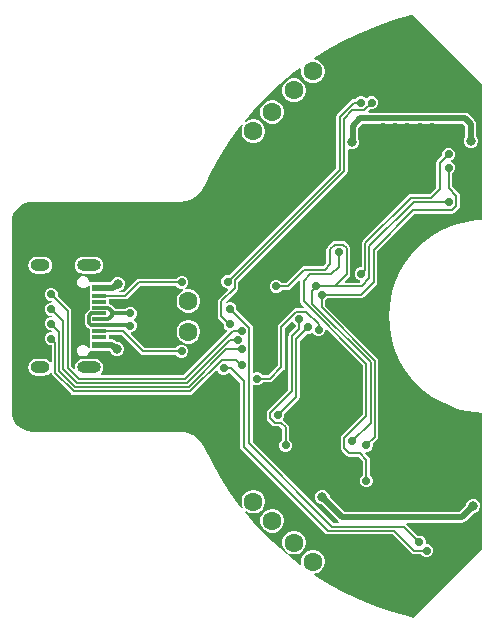
<source format=gbl>
G04*
G04 #@! TF.GenerationSoftware,Altium Limited,Altium Designer,21.8.1 (53)*
G04*
G04 Layer_Physical_Order=2*
G04 Layer_Color=16711680*
%FSLAX44Y44*%
%MOMM*%
G71*
G04*
G04 #@! TF.SameCoordinates,A13A9599-9D59-4998-A3CA-6CFB5E3765DF*
G04*
G04*
G04 #@! TF.FilePolarity,Positive*
G04*
G01*
G75*
%ADD13C,0.7000*%
%ADD15C,0.2000*%
%ADD63C,0.5000*%
%ADD64C,0.3000*%
%ADD65C,1.6000*%
%ADD66C,0.9000*%
%ADD67O,1.6000X1.0000*%
%ADD68O,2.0000X1.0000*%
%ADD69C,0.8000*%
%ADD70R,1.2000X0.6000*%
%ADD71R,1.2000X0.3000*%
G36*
X947451Y846934D02*
Y731473D01*
X942002Y731205D01*
X934081Y730030D01*
X926313Y728085D01*
X918774Y725387D01*
X911535Y721963D01*
X904666Y717847D01*
X898234Y713076D01*
X892301Y707699D01*
X886924Y701765D01*
X882153Y695334D01*
X878037Y688465D01*
X874613Y681226D01*
X871915Y673687D01*
X869969Y665919D01*
X868794Y657998D01*
X868402Y650000D01*
X868794Y642002D01*
X869969Y634081D01*
X871915Y626313D01*
X874613Y618774D01*
X878037Y611535D01*
X882153Y604666D01*
X886924Y598235D01*
X892301Y592301D01*
X898234Y586924D01*
X904666Y582154D01*
X911535Y578037D01*
X918774Y574613D01*
X926313Y571915D01*
X934081Y569970D01*
X942002Y568795D01*
X947451Y568527D01*
Y453066D01*
X889107Y394721D01*
X887181Y395135D01*
X871908Y399393D01*
X856919Y404565D01*
X842270Y410633D01*
X828013Y417574D01*
X814202Y425364D01*
X804987Y431322D01*
X805483Y432514D01*
X807842Y433146D01*
X810123Y434462D01*
X811984Y436324D01*
X813301Y438604D01*
X813982Y441148D01*
Y443781D01*
X813301Y446324D01*
X811984Y448604D01*
X810123Y450466D01*
X807842Y451783D01*
X805299Y452464D01*
X802666D01*
X800123Y451783D01*
X797842Y450466D01*
X795981Y448604D01*
X794664Y446324D01*
X793982Y443781D01*
Y441148D01*
X794155Y440503D01*
X793044Y439744D01*
X788116Y443370D01*
X775935Y453521D01*
X764389Y464390D01*
X753521Y475935D01*
X746490Y484372D01*
X747429Y485229D01*
X747461Y485197D01*
X749741Y483881D01*
X752285Y483199D01*
X754918D01*
X757461Y483881D01*
X759741Y485197D01*
X761603Y487059D01*
X762920Y489339D01*
X763601Y491883D01*
Y494516D01*
X762920Y497059D01*
X761603Y499339D01*
X759741Y501201D01*
X757461Y502518D01*
X754918Y503199D01*
X752285D01*
X749741Y502518D01*
X747461Y501201D01*
X745599Y499339D01*
X744283Y497059D01*
X743601Y494516D01*
Y491883D01*
X744283Y489339D01*
X744912Y488249D01*
X743867Y487520D01*
X743370Y488116D01*
X733973Y500887D01*
X725363Y514203D01*
X717574Y528013D01*
X712111Y539234D01*
X712062Y539212D01*
X710433Y542261D01*
X707621Y545687D01*
X704195Y548498D01*
X700286Y550588D01*
X696045Y551874D01*
X691634Y552309D01*
Y552249D01*
X566439D01*
X566421Y552245D01*
X563039Y552578D01*
X559763Y553572D01*
X556743Y555186D01*
X554097Y557358D01*
X551925Y560005D01*
X550311Y563024D01*
X549317Y566300D01*
X548984Y569682D01*
X548988Y569700D01*
X548988Y729700D01*
X548984Y729718D01*
X549317Y733100D01*
X550311Y736376D01*
X551925Y739395D01*
X554097Y742042D01*
X556743Y744214D01*
X559763Y745828D01*
X563039Y746821D01*
X566421Y747154D01*
X566439Y747151D01*
X691356D01*
Y747091D01*
X695766Y747525D01*
X700007Y748812D01*
X703916Y750901D01*
X707342Y753713D01*
X710154Y757139D01*
X711784Y760188D01*
X711844Y760218D01*
X711844Y760218D01*
X712365Y761289D01*
X717574Y771986D01*
X725363Y785797D01*
X733973Y799113D01*
X743370Y811884D01*
X743867Y812480D01*
X744912Y811751D01*
X744283Y810661D01*
X743601Y808118D01*
Y805484D01*
X744283Y802941D01*
X745599Y800661D01*
X747461Y798799D01*
X749741Y797483D01*
X752285Y796801D01*
X754918D01*
X757461Y797483D01*
X759741Y798799D01*
X761603Y800661D01*
X762920Y802941D01*
X763601Y805484D01*
Y808118D01*
X762920Y810661D01*
X761603Y812941D01*
X759741Y814803D01*
X757461Y816119D01*
X754918Y816801D01*
X752285D01*
X749741Y816119D01*
X747461Y814803D01*
X747429Y814771D01*
X746490Y815628D01*
X753521Y824065D01*
X764389Y835610D01*
X775935Y846479D01*
X788116Y856630D01*
X793044Y860256D01*
X794155Y859497D01*
X793982Y858852D01*
Y856219D01*
X794664Y853676D01*
X795981Y851396D01*
X797842Y849534D01*
X800123Y848217D01*
X802666Y847536D01*
X805299D01*
X807842Y848217D01*
X810123Y849534D01*
X811984Y851396D01*
X813301Y853676D01*
X813982Y856219D01*
Y858852D01*
X813301Y861396D01*
X811984Y863676D01*
X810123Y865538D01*
X807842Y866854D01*
X805483Y867486D01*
X804987Y868678D01*
X814202Y874636D01*
X828013Y882426D01*
X842270Y889367D01*
X856919Y895435D01*
X871908Y900607D01*
X887181Y904865D01*
X889107Y905278D01*
X947451Y846934D01*
D02*
G37*
%LPC*%
G36*
X854844Y836500D02*
X852656D01*
X850635Y835663D01*
X849231Y834259D01*
X847870Y835620D01*
X845849Y836457D01*
X843661D01*
X841639Y835620D01*
X840092Y834072D01*
X840069Y834016D01*
X838707D01*
X838707Y834016D01*
X837536Y833783D01*
X836544Y833120D01*
X836544Y833120D01*
X824337Y820913D01*
X823674Y819921D01*
X823441Y818750D01*
X823441Y818750D01*
Y775517D01*
X732901Y684977D01*
X732844Y685000D01*
X730656D01*
X728634Y684163D01*
X727087Y682616D01*
X726250Y680594D01*
Y678406D01*
X727087Y676385D01*
X728634Y674837D01*
X730656Y674000D01*
X731628D01*
X732154Y672730D01*
X724337Y664913D01*
X723674Y663921D01*
X723441Y662750D01*
X723441Y662750D01*
Y650000D01*
X723441Y650000D01*
X723674Y648829D01*
X724337Y647837D01*
X728250Y643924D01*
Y642406D01*
X729087Y640385D01*
X730635Y638837D01*
X731259Y638578D01*
X731507Y637333D01*
X694483Y600309D01*
X624625D01*
X624194Y601579D01*
X624492Y601808D01*
X625615Y603270D01*
X626320Y604973D01*
X626560Y606800D01*
X626320Y608627D01*
X625615Y610330D01*
X624492Y611792D01*
X623030Y612915D01*
X621327Y613620D01*
X619500Y613860D01*
X609500D01*
X607673Y613620D01*
X605970Y612915D01*
X604507Y611792D01*
X603386Y610330D01*
X602680Y608627D01*
X602440Y606800D01*
X602495Y606376D01*
X601292Y605783D01*
X599309Y607767D01*
Y654750D01*
X599309Y654750D01*
X599076Y655920D01*
X598413Y656913D01*
X598413Y656913D01*
X587727Y667599D01*
X587750Y667656D01*
Y669844D01*
X586913Y671865D01*
X585365Y673413D01*
X583344Y674250D01*
X581156D01*
X579134Y673413D01*
X577587Y671865D01*
X576750Y669844D01*
Y667656D01*
X577587Y665635D01*
X579134Y664087D01*
X581156Y663250D01*
X582520D01*
X582782Y663020D01*
X582742Y662658D01*
X582016Y661750D01*
X581156D01*
X579134Y660913D01*
X577587Y659365D01*
X576750Y657344D01*
Y655156D01*
X577587Y653135D01*
X579134Y651587D01*
X581156Y650750D01*
X582520D01*
X582782Y650520D01*
X582742Y650158D01*
X582016Y649250D01*
X581156D01*
X579134Y648413D01*
X577587Y646865D01*
X576750Y644844D01*
Y642656D01*
X577587Y640635D01*
X579134Y639087D01*
X581156Y638250D01*
X582520D01*
X582782Y638020D01*
X582742Y637658D01*
X582016Y636750D01*
X581156D01*
X579134Y635913D01*
X577587Y634366D01*
X576750Y632344D01*
Y630156D01*
X577587Y628134D01*
X579134Y626587D01*
X581156Y625750D01*
X582691D01*
Y611665D01*
X581421Y611234D01*
X580992Y611792D01*
X579530Y612915D01*
X577827Y613620D01*
X576000Y613860D01*
X570000D01*
X568173Y613620D01*
X566470Y612915D01*
X565008Y611792D01*
X563885Y610330D01*
X563180Y608627D01*
X562940Y606800D01*
X563180Y604973D01*
X563885Y603270D01*
X565008Y601808D01*
X566470Y600686D01*
X568173Y599980D01*
X570000Y599740D01*
X576000D01*
X577827Y599980D01*
X579530Y600686D01*
X580992Y601808D01*
X581421Y602366D01*
X582247Y602226D01*
X582725Y601980D01*
X582924Y600980D01*
X583587Y599988D01*
X599238Y584337D01*
X600230Y583674D01*
X601401Y583441D01*
X699899D01*
X699900Y583441D01*
X701070Y583674D01*
X702062Y584337D01*
X721980Y604255D01*
X723226Y604007D01*
X723587Y603134D01*
X725135Y601587D01*
X727156Y600750D01*
X729344D01*
X731366Y601587D01*
X732913Y603134D01*
X733806Y602368D01*
X742191Y593983D01*
Y539750D01*
X742191Y539750D01*
X742424Y538579D01*
X743087Y537587D01*
X814337Y466337D01*
X815330Y465674D01*
X816500Y465441D01*
X816500Y465441D01*
X871483D01*
X887337Y449587D01*
X887337Y449587D01*
X888329Y448924D01*
X889500Y448691D01*
X889500Y448691D01*
X895564D01*
X895587Y448634D01*
X897134Y447087D01*
X899156Y446250D01*
X901344D01*
X903365Y447087D01*
X904913Y448634D01*
X905750Y450656D01*
Y452844D01*
X904913Y454865D01*
X903365Y456413D01*
X901344Y457250D01*
X899938D01*
X899500Y457906D01*
Y460094D01*
X898663Y462116D01*
X897115Y463663D01*
X895094Y464500D01*
X892906D01*
X892849Y464477D01*
X883184Y474142D01*
X883186Y474232D01*
X883580Y475412D01*
X930000D01*
X931756Y475761D01*
X933244Y476756D01*
X940239Y483750D01*
X940944D01*
X943149Y484663D01*
X944837Y486351D01*
X945750Y488557D01*
Y490943D01*
X944837Y493149D01*
X943149Y494837D01*
X940944Y495750D01*
X938557D01*
X936351Y494837D01*
X934663Y493149D01*
X933750Y490943D01*
Y490239D01*
X928100Y484588D01*
X830650D01*
X818000Y497239D01*
Y497943D01*
X817087Y500149D01*
X815399Y501837D01*
X813194Y502750D01*
X810807D01*
X808601Y501837D01*
X806913Y500149D01*
X806000Y497943D01*
Y495556D01*
X806913Y493351D01*
X808601Y491664D01*
X810807Y490750D01*
X811511D01*
X825506Y476756D01*
X826145Y476329D01*
X825759Y475059D01*
X821767D01*
X753059Y543767D01*
Y591504D01*
X754329Y592300D01*
X755656Y591750D01*
X757844D01*
X759865Y592587D01*
X761413Y594134D01*
X761436Y594191D01*
X767500D01*
X767500Y594191D01*
X768671Y594424D01*
X769663Y595087D01*
X779413Y604837D01*
X779413Y604837D01*
X780076Y605830D01*
X780309Y607000D01*
Y639983D01*
X785949Y645624D01*
X787448Y645326D01*
X787837Y644385D01*
X789385Y642837D01*
X789441Y642814D01*
Y641017D01*
X784087Y635663D01*
X783424Y634670D01*
X783191Y633500D01*
X783191Y633500D01*
Y588017D01*
X765837Y570663D01*
X765174Y569670D01*
X764941Y568500D01*
X764941Y568500D01*
Y563608D01*
X764941Y563608D01*
X765174Y562438D01*
X765837Y561445D01*
X769271Y558011D01*
X769271Y558011D01*
X770264Y557348D01*
X771434Y557115D01*
X775309D01*
X777691Y554733D01*
Y545436D01*
X777635Y545413D01*
X776087Y543866D01*
X775250Y541844D01*
Y539656D01*
X776087Y537635D01*
X777635Y536087D01*
X779656Y535250D01*
X781844D01*
X783866Y536087D01*
X785413Y537635D01*
X786250Y539656D01*
Y541844D01*
X785413Y543866D01*
X783866Y545413D01*
X783809Y545436D01*
Y556000D01*
X783809Y556000D01*
X783576Y557171D01*
X782913Y558163D01*
X782913Y558163D01*
X778739Y562337D01*
X778913Y563134D01*
X779750Y565156D01*
Y567344D01*
X779726Y567401D01*
X791913Y579587D01*
X791913Y579587D01*
X792576Y580579D01*
X792809Y581750D01*
Y629485D01*
X798848Y635524D01*
X798905Y635501D01*
X801093D01*
X802434Y636056D01*
X804009Y635573D01*
X804087Y635385D01*
X805634Y633838D01*
X807655Y633001D01*
X809843D01*
X811865Y633838D01*
X813412Y635385D01*
X814249Y637407D01*
Y638629D01*
X815519Y639155D01*
X846192Y608482D01*
Y567268D01*
X828337Y549413D01*
X827674Y548420D01*
X827441Y547250D01*
X827441Y547250D01*
Y538500D01*
X827441Y538500D01*
X827674Y537329D01*
X828337Y536337D01*
X832587Y532087D01*
X832587Y532087D01*
X833579Y531424D01*
X834750Y531191D01*
X842483D01*
X846192Y527482D01*
Y515435D01*
X846135Y515412D01*
X844588Y513865D01*
X843751Y511843D01*
Y509655D01*
X844588Y507634D01*
X846135Y506087D01*
X848157Y505249D01*
X850345D01*
X852366Y506087D01*
X853913Y507634D01*
X854751Y509655D01*
Y511843D01*
X853913Y513865D01*
X852366Y515412D01*
X852309Y515435D01*
Y528749D01*
X852310Y528749D01*
X852077Y529920D01*
X851414Y530912D01*
X848096Y534230D01*
X848622Y535500D01*
X850094D01*
X852115Y536337D01*
X853663Y537884D01*
X854500Y539906D01*
Y542094D01*
X854476Y542151D01*
X858414Y546088D01*
X858414Y546088D01*
X859077Y547080D01*
X859310Y548251D01*
X859309Y548251D01*
Y612649D01*
X859310Y612649D01*
X859077Y613819D01*
X858414Y614812D01*
X858414Y614812D01*
X814309Y658916D01*
Y663564D01*
X814365Y663587D01*
X815913Y665135D01*
X815936Y665191D01*
X844750D01*
X844750Y665191D01*
X845920Y665424D01*
X846913Y666087D01*
X857663Y676837D01*
X857663Y676837D01*
X858326Y677830D01*
X858559Y679000D01*
X858559Y679000D01*
Y705233D01*
X890267Y736941D01*
X921500D01*
X921500Y736941D01*
X922671Y737174D01*
X923663Y737837D01*
X927413Y741587D01*
X927413Y741587D01*
X928076Y742579D01*
X928309Y743750D01*
X928309Y743750D01*
Y752000D01*
X928309Y752000D01*
X928076Y753170D01*
X927413Y754163D01*
X927413Y754163D01*
X921808Y759768D01*
Y771314D01*
X921865Y771337D01*
X923412Y772885D01*
X924249Y774906D01*
Y777094D01*
X923412Y779116D01*
X921865Y780663D01*
X921200Y780938D01*
Y782313D01*
X921865Y782588D01*
X923412Y784135D01*
X924249Y786157D01*
Y788345D01*
X923412Y790366D01*
X921865Y791914D01*
X919843Y792751D01*
X917655D01*
X915634Y791914D01*
X914087Y790366D01*
X913249Y788345D01*
Y786157D01*
X913273Y786100D01*
X909337Y782165D01*
X908674Y781172D01*
X908441Y780002D01*
X908441Y780002D01*
Y759017D01*
X902983Y753559D01*
X886750D01*
X886750Y753559D01*
X885580Y753326D01*
X884587Y752663D01*
X846087Y714163D01*
X845424Y713171D01*
X845191Y712000D01*
X845191Y712000D01*
Y691500D01*
X843656D01*
X841635Y690663D01*
X840087Y689116D01*
X839250Y687094D01*
Y684906D01*
X840087Y682885D01*
X841635Y681337D01*
X843656Y680500D01*
X844150Y679238D01*
X843662Y678621D01*
X831356D01*
X830870Y679795D01*
X834663Y683587D01*
X834663Y683587D01*
X835326Y684579D01*
X835559Y685750D01*
Y707750D01*
X835326Y708921D01*
X834663Y709913D01*
X831663Y712913D01*
X830670Y713576D01*
X829500Y713809D01*
X829500Y713809D01*
X822250D01*
X822250Y713809D01*
X821079Y713576D01*
X820087Y712913D01*
X820087Y712913D01*
X816337Y709163D01*
X815674Y708170D01*
X815441Y707000D01*
X815441Y707000D01*
Y695267D01*
X812733Y692559D01*
X796750D01*
X796750Y692559D01*
X795580Y692326D01*
X794587Y691663D01*
X794587Y691663D01*
X781483Y678559D01*
X777436D01*
X777413Y678615D01*
X775865Y680163D01*
X773844Y681000D01*
X771656D01*
X769634Y680163D01*
X768087Y678615D01*
X767250Y676594D01*
Y674406D01*
X768087Y672384D01*
X769634Y670837D01*
X771656Y670000D01*
X773844D01*
X775865Y670837D01*
X777413Y672384D01*
X777436Y672441D01*
X782750D01*
X782750Y672441D01*
X783921Y672674D01*
X784913Y673337D01*
X791671Y680096D01*
X792941Y679569D01*
Y663000D01*
X792941Y663000D01*
X793174Y661830D01*
X793837Y660837D01*
X796442Y658232D01*
X795956Y657059D01*
X790000D01*
X790000Y657059D01*
X788829Y656826D01*
X787837Y656163D01*
X775087Y643413D01*
X774424Y642421D01*
X774191Y641250D01*
X774191Y641250D01*
Y608267D01*
X766233Y600309D01*
X761436D01*
X761413Y600365D01*
X759865Y601913D01*
X757844Y602750D01*
X755656D01*
X754329Y602200D01*
X753059Y602996D01*
Y640421D01*
X753059Y640421D01*
X752826Y641591D01*
X752163Y642584D01*
X752163Y642584D01*
X739249Y655497D01*
Y657593D01*
X738412Y659615D01*
X736865Y661162D01*
X734843Y661999D01*
X732655D01*
X731317Y661445D01*
X730598Y662522D01*
X739913Y671837D01*
X740576Y672830D01*
X740809Y674000D01*
X740809Y674000D01*
Y679283D01*
X832413Y770887D01*
X832413Y770887D01*
X833076Y771880D01*
X833309Y773050D01*
X833309Y773050D01*
Y791160D01*
X834579Y792009D01*
X835807Y791500D01*
X838194D01*
X840399Y792413D01*
X842087Y794101D01*
X843000Y796307D01*
Y798693D01*
X842162Y800716D01*
Y809424D01*
X845962Y813223D01*
X930538D01*
X932912Y810850D01*
Y802397D01*
X932413Y801899D01*
X931500Y799694D01*
Y797307D01*
X932413Y795101D01*
X934101Y793413D01*
X936307Y792500D01*
X938693D01*
X940899Y793413D01*
X942587Y795101D01*
X943500Y797307D01*
Y799694D01*
X942587Y801899D01*
X942088Y802397D01*
Y812750D01*
X941739Y814506D01*
X940744Y815994D01*
X935683Y821056D01*
X934194Y822050D01*
X932439Y822400D01*
X851135D01*
X850649Y823573D01*
X852599Y825524D01*
X852656Y825500D01*
X854844D01*
X856865Y826337D01*
X858413Y827885D01*
X859250Y829906D01*
Y832094D01*
X858413Y834116D01*
X856865Y835663D01*
X854844Y836500D01*
D02*
G37*
G36*
X789212Y851449D02*
X786579D01*
X784036Y850768D01*
X781756Y849451D01*
X779894Y847589D01*
X778577Y845309D01*
X777896Y842766D01*
Y840133D01*
X778577Y837589D01*
X779894Y835309D01*
X781756Y833447D01*
X784036Y832131D01*
X786579Y831449D01*
X789212D01*
X791756Y832131D01*
X794036Y833447D01*
X795898Y835309D01*
X797214Y837589D01*
X797896Y840133D01*
Y842766D01*
X797214Y845309D01*
X795898Y847589D01*
X794036Y849451D01*
X791756Y850768D01*
X789212Y851449D01*
D02*
G37*
G36*
X770801Y833038D02*
X768168D01*
X765625Y832357D01*
X763345Y831040D01*
X761483Y829178D01*
X760166Y826898D01*
X759485Y824355D01*
Y821722D01*
X760166Y819178D01*
X761483Y816898D01*
X763345Y815036D01*
X765625Y813720D01*
X768168Y813038D01*
X770801D01*
X773345Y813720D01*
X775625Y815036D01*
X777487Y816898D01*
X778803Y819178D01*
X779485Y821722D01*
Y824355D01*
X778803Y826898D01*
X777487Y829178D01*
X775625Y831040D01*
X773345Y832357D01*
X770801Y833038D01*
D02*
G37*
G36*
X619500Y700260D02*
X609500D01*
X607673Y700020D01*
X605970Y699314D01*
X604507Y698192D01*
X603386Y696730D01*
X602680Y695027D01*
X602440Y693200D01*
X602680Y691373D01*
X603386Y689670D01*
X604507Y688207D01*
X605970Y687085D01*
X607673Y686380D01*
X609500Y686140D01*
X619500D01*
X621327Y686380D01*
X623030Y687085D01*
X624492Y688207D01*
X625615Y689670D01*
X626320Y691373D01*
X626560Y693200D01*
X626320Y695027D01*
X625615Y696730D01*
X624492Y698192D01*
X623030Y699314D01*
X621327Y700020D01*
X619500Y700260D01*
D02*
G37*
G36*
X576000D02*
X570000D01*
X568173Y700020D01*
X566470Y699314D01*
X565008Y698192D01*
X563885Y696730D01*
X563180Y695027D01*
X562940Y693200D01*
X563180Y691373D01*
X563885Y689670D01*
X565008Y688207D01*
X566470Y687085D01*
X568173Y686380D01*
X570000Y686140D01*
X576000D01*
X577827Y686380D01*
X579530Y687085D01*
X580992Y688207D01*
X582114Y689670D01*
X582820Y691373D01*
X583060Y693200D01*
X582820Y695027D01*
X582114Y696730D01*
X580992Y698192D01*
X579530Y699314D01*
X577827Y700020D01*
X576000Y700260D01*
D02*
G37*
G36*
X694171Y684327D02*
X691983D01*
X689961Y683490D01*
X688414Y681942D01*
X688391Y681886D01*
X656577D01*
X655406Y681653D01*
X654414Y680990D01*
X654414Y680990D01*
X643947Y670522D01*
X640047D01*
X639857Y671714D01*
X642062Y672627D01*
X643750Y674315D01*
X644663Y676520D01*
Y678907D01*
X643750Y681112D01*
X642062Y682800D01*
X639857Y683714D01*
X637470D01*
X635265Y682800D01*
X633577Y681112D01*
X632739Y679090D01*
X632520Y678871D01*
X631250Y678969D01*
Y679000D01*
X615770D01*
X615265Y679000D01*
X614960Y679357D01*
X614477Y679950D01*
X613739Y681732D01*
X612332Y683139D01*
X610495Y683900D01*
X608505D01*
X606668Y683139D01*
X605261Y681732D01*
X604500Y679895D01*
Y677906D01*
X605261Y676068D01*
X606668Y674661D01*
X608505Y673900D01*
X610495D01*
X612332Y674661D01*
X613739Y676068D01*
X613980Y676650D01*
X615250Y676397D01*
Y669000D01*
Y656000D01*
X615250D01*
Y655799D01*
X615055Y655760D01*
X613897Y654987D01*
X611640Y652730D01*
X610866Y651572D01*
X610595Y650206D01*
Y644721D01*
X610866Y643355D01*
X611640Y642198D01*
X613897Y639940D01*
X615055Y639167D01*
X615250Y639128D01*
Y634000D01*
Y623602D01*
X613980Y623350D01*
X613739Y623932D01*
X612332Y625339D01*
X610495Y626100D01*
X608505D01*
X606668Y625339D01*
X605261Y623932D01*
X604500Y622094D01*
Y620105D01*
X605261Y618268D01*
X606668Y616861D01*
X608505Y616100D01*
X610495D01*
X612332Y616861D01*
X613739Y618268D01*
X614477Y620050D01*
X614960Y620643D01*
X615265Y621000D01*
X615770Y621000D01*
X631250D01*
Y621000D01*
X632489Y621087D01*
X633327Y619065D01*
X635014Y617377D01*
X637220Y616464D01*
X639607D01*
X641812Y617377D01*
X643500Y619065D01*
X644413Y621270D01*
Y623657D01*
X643500Y625862D01*
X641812Y627550D01*
X639607Y628464D01*
X638090D01*
X637346Y629208D01*
X635857Y630202D01*
X634101Y630552D01*
X631250D01*
Y634405D01*
X634764D01*
X634764Y634405D01*
X641917D01*
X657946Y618376D01*
X657946Y618376D01*
X658938Y617713D01*
X660109Y617480D01*
X660292Y617517D01*
X688142D01*
X688166Y617460D01*
X689713Y615913D01*
X691734Y615075D01*
X693922D01*
X695944Y615913D01*
X697491Y617460D01*
X698328Y619481D01*
Y621669D01*
X697491Y623691D01*
X695944Y625238D01*
X693922Y626075D01*
X691734D01*
X689713Y625238D01*
X688166Y623691D01*
X688142Y623634D01*
X661339D01*
X649530Y635444D01*
X650056Y636714D01*
X650507D01*
X652529Y637551D01*
X654076Y639098D01*
X654913Y641120D01*
Y643308D01*
X654076Y645329D01*
X652846Y646559D01*
X652647Y647339D01*
X652846Y648119D01*
X654076Y649349D01*
X654913Y651370D01*
Y653558D01*
X654076Y655580D01*
X652529Y657127D01*
X650507Y657964D01*
X648319D01*
X646298Y657127D01*
X645203Y656032D01*
X636772D01*
X636767Y656057D01*
X635994Y657215D01*
X633221Y659987D01*
X632064Y660761D01*
X631250Y660922D01*
Y664405D01*
X634764D01*
X634764Y664405D01*
X645213D01*
X645214Y664405D01*
X646384Y664638D01*
X647376Y665301D01*
X657844Y675768D01*
X688391D01*
X688414Y675711D01*
X689961Y674164D01*
X691983Y673327D01*
X693815D01*
X694155Y672057D01*
X692360Y671021D01*
X690498Y669159D01*
X689182Y666878D01*
X688500Y664335D01*
Y661702D01*
X689182Y659159D01*
X690498Y656878D01*
X692360Y655016D01*
X694640Y653700D01*
X697184Y653018D01*
X699817D01*
X702360Y653700D01*
X704640Y655016D01*
X706502Y656878D01*
X707819Y659159D01*
X708500Y661702D01*
Y664335D01*
X707819Y666878D01*
X706502Y669159D01*
X704640Y671021D01*
X702360Y672337D01*
X699817Y673018D01*
X697184D01*
X695942Y672686D01*
X695532Y673891D01*
X696192Y674164D01*
X697739Y675711D01*
X698577Y677733D01*
Y679921D01*
X697739Y681942D01*
X696192Y683490D01*
X694171Y684327D01*
D02*
G37*
G36*
X699817Y646982D02*
X697184D01*
X694640Y646300D01*
X692360Y644983D01*
X690498Y643122D01*
X689182Y640841D01*
X688500Y638298D01*
Y635665D01*
X689182Y633122D01*
X690498Y630841D01*
X692360Y628979D01*
X694640Y627663D01*
X697184Y626982D01*
X699817D01*
X702360Y627663D01*
X704640Y628979D01*
X706502Y630841D01*
X707819Y633122D01*
X708500Y635665D01*
Y638298D01*
X707819Y640841D01*
X706502Y643122D01*
X704640Y644983D01*
X702360Y646300D01*
X699817Y646982D01*
D02*
G37*
G36*
X770801Y486962D02*
X768168D01*
X765625Y486280D01*
X763345Y484964D01*
X761483Y483102D01*
X760166Y480822D01*
X759485Y478278D01*
Y475645D01*
X760166Y473102D01*
X761483Y470822D01*
X763345Y468960D01*
X765625Y467643D01*
X768168Y466962D01*
X770801D01*
X773345Y467643D01*
X775625Y468960D01*
X777487Y470822D01*
X778803Y473102D01*
X779485Y475645D01*
Y478278D01*
X778803Y480822D01*
X777487Y483102D01*
X775625Y484964D01*
X773345Y486280D01*
X770801Y486962D01*
D02*
G37*
G36*
X789212Y468551D02*
X786579D01*
X784036Y467869D01*
X781756Y466553D01*
X779894Y464691D01*
X778577Y462411D01*
X777896Y459867D01*
Y457234D01*
X778577Y454691D01*
X779894Y452411D01*
X781756Y450549D01*
X784036Y449232D01*
X786579Y448551D01*
X789212D01*
X791756Y449232D01*
X794036Y450549D01*
X795898Y452411D01*
X797214Y454691D01*
X797896Y457234D01*
Y459867D01*
X797214Y462411D01*
X795898Y464691D01*
X794036Y466553D01*
X791756Y467869D01*
X789212Y468551D01*
D02*
G37*
%LPD*%
D13*
X728250Y606250D02*
D03*
X772750Y675500D02*
D03*
X918749Y787251D02*
D03*
Y746749D02*
D03*
Y776000D02*
D03*
X853750Y831000D02*
D03*
X844755Y830957D02*
D03*
X731750Y679500D02*
D03*
X649413Y652464D02*
D03*
Y642214D02*
D03*
X582250Y631250D02*
D03*
Y643750D02*
D03*
Y668750D02*
D03*
Y656250D02*
D03*
X774250Y566250D02*
D03*
X780750Y540750D02*
D03*
X756750Y597250D02*
D03*
X733749Y656499D02*
D03*
X733750Y643500D02*
D03*
X894000Y459000D02*
D03*
X900250Y451750D02*
D03*
X849000Y541000D02*
D03*
X836999Y544578D02*
D03*
X849251Y510749D02*
D03*
X692828Y620575D02*
D03*
X693077Y678827D02*
D03*
X740165Y630318D02*
D03*
X744000Y637904D02*
D03*
X743500Y608500D02*
D03*
Y622500D02*
D03*
X802701Y624378D02*
D03*
X838250Y605000D02*
D03*
X806917Y675563D02*
D03*
X792500Y647500D02*
D03*
X826000Y704250D02*
D03*
X799999Y641001D02*
D03*
X808749Y638501D02*
D03*
X811250Y668250D02*
D03*
X844750Y686000D02*
D03*
D15*
X734250Y606250D02*
X745250Y595250D01*
X728250Y606250D02*
X734250D01*
X738750Y613250D02*
X743500Y608500D01*
X699900Y586500D02*
X726649Y613250D01*
X738750D01*
X826500Y774250D02*
Y818750D01*
X731750Y679500D02*
X826500Y774250D01*
Y818750D02*
X838707Y830957D01*
X830250Y773050D02*
Y817550D01*
X737750Y680550D02*
X830250Y773050D01*
Y817550D02*
X837200Y824500D01*
X847250D02*
X853750Y831000D01*
X837200Y824500D02*
X847250D01*
X838707Y830957D02*
X844755D01*
X822312Y675563D02*
X845178D01*
X806917D02*
X822312D01*
X832500Y685750D01*
Y707750D01*
X829500Y710750D02*
X832500Y707750D01*
X818500Y707000D02*
X822250Y710750D01*
X829500D01*
X818500Y694000D02*
Y707000D01*
X814000Y689500D02*
X818500Y694000D01*
X796750Y689500D02*
X814000D01*
X782750Y675500D02*
X796750Y689500D01*
X772750Y675500D02*
X782750D01*
X911500Y780002D02*
X918749Y787251D01*
X911500Y757750D02*
Y780002D01*
X904250Y750500D02*
X911500Y757750D01*
X886750Y750500D02*
X904250D01*
X848250Y712000D02*
X886750Y750500D01*
X844750Y686172D02*
X848250Y689672D01*
Y712000D01*
X844750Y686000D02*
Y686172D01*
X918749Y758501D02*
Y776000D01*
Y758501D02*
X925250Y752000D01*
Y743750D02*
Y752000D01*
X921500Y740000D02*
X925250Y743750D01*
X889000Y740000D02*
X921500D01*
X855500Y706500D02*
X889000Y740000D01*
X855500Y679000D02*
Y706500D01*
X844750Y668250D02*
X855500Y679000D01*
X811250Y668250D02*
X844750D01*
X851750Y709250D02*
X889249Y746749D01*
X918749D01*
X851750Y682135D02*
Y709250D01*
X845178Y675563D02*
X851750Y682135D01*
X726500Y650000D02*
X733000Y643500D01*
X733750D01*
X726500Y650000D02*
Y662750D01*
X737750Y674000D02*
Y680550D01*
X726500Y662750D02*
X737750Y674000D01*
X645214Y667464D02*
X656577Y678827D01*
X634764Y667464D02*
X645214D01*
X656577Y678827D02*
X693077D01*
X660109Y620539D02*
X660145Y620575D01*
X692828D01*
X623163Y667464D02*
X634764D01*
X634764Y667464D01*
Y637464D02*
X643184D01*
X623163Y637464D02*
X634764D01*
X643184Y637464D02*
X660109Y620539D01*
X585750Y602151D02*
Y627578D01*
X582250Y631078D02*
Y631250D01*
Y631078D02*
X585750Y627578D01*
X601401Y586500D02*
X699900D01*
X585750Y602151D02*
X601401Y586500D01*
X589250Y603601D02*
X602851Y590000D01*
X698250D01*
X582250Y643750D02*
X589250Y636750D01*
Y603601D02*
Y636750D01*
X582250Y656250D02*
X592750Y645750D01*
Y605050D02*
X604050Y593750D01*
X592750Y605050D02*
Y645750D01*
X582250Y668750D02*
X596250Y654750D01*
Y606500D02*
X605500Y597250D01*
X596250Y606500D02*
Y654750D01*
X605000Y593750D02*
X697250D01*
X605000Y593750D02*
X605000Y593750D01*
X604050Y593750D02*
X605000D01*
X605500Y597250D02*
X695750D01*
X830500Y538500D02*
Y547250D01*
Y538500D02*
X834750Y534250D01*
X843750D01*
X849251Y528749D01*
Y510749D02*
Y528749D01*
Y566001D02*
Y609749D01*
X830500Y547250D02*
X849251Y566001D01*
X803250Y660700D02*
X852751Y611199D01*
X803250Y671891D02*
X806917Y675557D01*
Y675563D01*
X803250Y660700D02*
Y671891D01*
X771434Y560174D02*
X776577D01*
X768000Y563608D02*
Y568500D01*
Y563608D02*
X771434Y560174D01*
X776577D02*
X780750Y556000D01*
Y540750D02*
Y556000D01*
X792500Y639750D02*
Y647500D01*
X786250Y633500D02*
X792500Y639750D01*
X768000Y568500D02*
X786250Y586750D01*
Y633500D01*
X789750Y630752D02*
X799999Y641001D01*
X789750Y581750D02*
Y630752D01*
X774250Y566250D02*
X789750Y581750D01*
X756750Y597250D02*
X767500D01*
X777250Y607000D02*
Y641250D01*
X767500Y597250D02*
X777250Y607000D01*
Y641250D02*
X790000Y654000D01*
X852751Y560080D02*
Y611199D01*
X836999Y544328D02*
X852751Y560080D01*
X849000Y541000D02*
X856251Y548251D01*
Y612649D01*
X750000Y542500D02*
X820500Y472000D01*
X881000D02*
X894000Y459000D01*
X820500Y472000D02*
X881000D01*
X872750Y468500D02*
X889500Y451750D01*
X745250Y539750D02*
X816500Y468500D01*
X872750D01*
X889500Y451750D02*
X900250D01*
X745250Y539750D02*
Y595250D01*
X750000Y542500D02*
Y640421D01*
X733921Y656499D02*
X750000Y640421D01*
X733749Y656499D02*
X733921D01*
X730701Y622251D02*
X743251D01*
X698250Y590000D02*
X698500Y590250D01*
X698700D01*
X730701Y622251D01*
X811250Y657650D02*
Y668250D01*
Y657650D02*
X856251Y612649D01*
X796000Y663000D02*
X849251Y609749D01*
X697250Y593750D02*
X733818Y630318D01*
X740165D01*
X736404Y637904D02*
X744000D01*
X695750Y597250D02*
X736404Y637904D01*
X743251Y622251D02*
X743500Y622500D01*
X796000Y663000D02*
Y680216D01*
X801593Y685809D01*
X819559D01*
X826000Y692250D01*
X790000Y654000D02*
X798250D01*
X808749Y643501D01*
Y638501D02*
Y643501D01*
X826000Y692250D02*
Y704250D01*
D63*
X844062Y817812D02*
X932439D01*
X937500Y798500D02*
Y812750D01*
X932439Y817812D02*
X937500Y812750D01*
X837574Y798074D02*
Y811324D01*
X844062Y817812D01*
X837000Y797500D02*
X837574Y798074D01*
X623413Y674214D02*
X634351D01*
X637851Y677714D02*
X638663D01*
X634351Y674214D02*
X637851Y677714D01*
X634101Y625964D02*
X637601Y622464D01*
X623163Y625964D02*
X634101D01*
X828750Y480000D02*
X930000D01*
X812000Y496750D02*
X828750Y480000D01*
X930000D02*
X939750Y489750D01*
D64*
X623163Y647500D02*
X630231D01*
X633470Y650740D02*
Y652464D01*
X630231Y647500D02*
X633470Y650740D01*
Y652464D02*
X649413D01*
X633470D02*
Y654691D01*
X623163Y657500D02*
X628629D01*
X628665Y657464D02*
X630698D01*
X633470Y654691D01*
X628629Y657500D02*
X628665Y657464D01*
X649413Y652464D02*
X649413Y652464D01*
X616421Y642464D02*
X649163D01*
X614163Y644721D02*
X616421Y642464D01*
X614163Y644721D02*
Y650206D01*
X616421Y652464D02*
X623163D01*
X614163Y650206D02*
X616421Y652464D01*
X649163Y642464D02*
X649413Y642214D01*
D65*
X698500Y636982D02*
D03*
Y663018D02*
D03*
X787896Y458551D02*
D03*
X769485Y476962D02*
D03*
X753601Y493199D02*
D03*
X803982Y442464D02*
D03*
Y857536D02*
D03*
X753601Y806801D02*
D03*
X769485Y823038D02*
D03*
X787896Y841449D02*
D03*
D66*
X904877Y511684D02*
D03*
X904875Y501186D02*
D03*
X904874Y490689D02*
D03*
X894376Y490690D02*
D03*
X894378Y501188D02*
D03*
X894379Y511685D02*
D03*
X862887Y511690D02*
D03*
X873384Y511688D02*
D03*
X862883Y490695D02*
D03*
X873381Y490693D02*
D03*
X862885Y501193D02*
D03*
X873382Y501191D02*
D03*
X883882Y511687D02*
D03*
X883878Y490692D02*
D03*
X883880Y501189D02*
D03*
Y798811D02*
D03*
X883882Y809308D02*
D03*
X883878Y788313D02*
D03*
X894378Y798809D02*
D03*
X904875Y798808D02*
D03*
X894379Y809307D02*
D03*
X904877Y809305D02*
D03*
X894376Y788311D02*
D03*
X904874Y788310D02*
D03*
X873381Y788315D02*
D03*
X873382Y798812D02*
D03*
X873384Y809310D02*
D03*
X862887Y809312D02*
D03*
X862885Y798814D02*
D03*
X862883Y788316D02*
D03*
D67*
X573000Y693200D02*
D03*
Y606800D02*
D03*
D68*
X614500Y693200D02*
D03*
Y606800D02*
D03*
D69*
X802751Y593751D02*
D03*
X771823Y583037D02*
D03*
X839471Y746836D02*
D03*
X839001Y728001D02*
D03*
X822501Y725001D02*
D03*
X823001Y733251D02*
D03*
X822936Y742997D02*
D03*
X826751Y751251D02*
D03*
X815483Y788544D02*
D03*
X942251Y538751D02*
D03*
X942001Y548751D02*
D03*
X915491Y556841D02*
D03*
X913019Y565930D02*
D03*
X906162Y573664D02*
D03*
X863710Y553671D02*
D03*
X863979Y574071D02*
D03*
X878501Y402001D02*
D03*
X860501Y423251D02*
D03*
X840396Y441488D02*
D03*
X822911Y460116D02*
D03*
X824676Y501619D02*
D03*
X830851Y491413D02*
D03*
X874050Y896810D02*
D03*
X857868Y877290D02*
D03*
X840631Y859556D02*
D03*
X823001Y842251D02*
D03*
X818501Y810251D02*
D03*
X807750Y810250D02*
D03*
X937500Y798500D02*
D03*
X837000Y797500D02*
D03*
X638663Y677714D02*
D03*
X638413Y622464D02*
D03*
X812000Y496750D02*
D03*
X939750Y489750D02*
D03*
D70*
X623250Y682000D02*
D03*
Y674000D02*
D03*
Y618000D02*
D03*
Y626000D02*
D03*
D71*
Y632500D02*
D03*
Y637500D02*
D03*
Y642500D02*
D03*
Y667500D02*
D03*
Y662500D02*
D03*
Y657500D02*
D03*
X623250Y647500D02*
D03*
Y652500D02*
D03*
M02*

</source>
